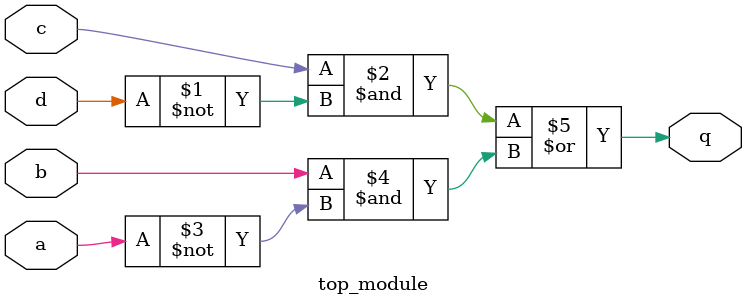
<source format=sv>
module top_module (
    input a, 
    input b, 
    input c, 
    input d,
    output q
);
    assign q = (c & ~d) | (b & ~a);
endmodule

</source>
